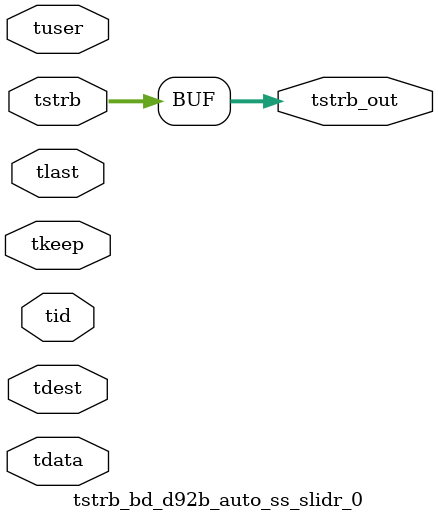
<source format=v>


`timescale 1ps/1ps

module tstrb_bd_d92b_auto_ss_slidr_0 #
(
parameter C_S_AXIS_TDATA_WIDTH = 32,
parameter C_S_AXIS_TUSER_WIDTH = 0,
parameter C_S_AXIS_TID_WIDTH   = 0,
parameter C_S_AXIS_TDEST_WIDTH = 0,
parameter C_M_AXIS_TDATA_WIDTH = 32
)
(
input  [(C_S_AXIS_TDATA_WIDTH == 0 ? 1 : C_S_AXIS_TDATA_WIDTH)-1:0     ] tdata,
input  [(C_S_AXIS_TUSER_WIDTH == 0 ? 1 : C_S_AXIS_TUSER_WIDTH)-1:0     ] tuser,
input  [(C_S_AXIS_TID_WIDTH   == 0 ? 1 : C_S_AXIS_TID_WIDTH)-1:0       ] tid,
input  [(C_S_AXIS_TDEST_WIDTH == 0 ? 1 : C_S_AXIS_TDEST_WIDTH)-1:0     ] tdest,
input  [(C_S_AXIS_TDATA_WIDTH/8)-1:0 ] tkeep,
input  [(C_S_AXIS_TDATA_WIDTH/8)-1:0 ] tstrb,
input                                                                    tlast,
output [(C_M_AXIS_TDATA_WIDTH/8)-1:0 ] tstrb_out
);

assign tstrb_out = {tstrb[7:0]};

endmodule


</source>
